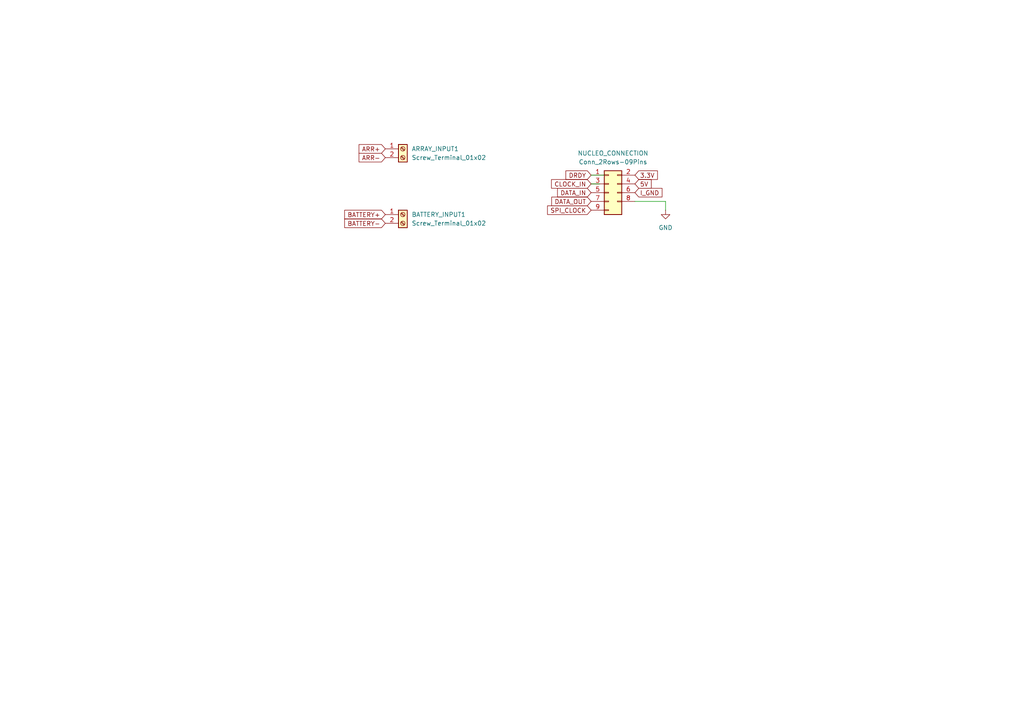
<source format=kicad_sch>
(kicad_sch (version 20231120) (generator "eeschema") (generator_version "8.0")
  (paper "A4")
  (lib_symbols
    (symbol "Connector:Screw_Terminal_01x02" (pin_names (offset 1.016) hide)
      (property "Reference" "J" (at 0 2.54 0))
      (property "Value" "Screw_Terminal_01x02" (at 0 -5.08 0))
      (symbol "Screw_Terminal_01x02_1_1"
        (rectangle (start -1.27 1.27) (end 1.27 -3.81) (stroke (width 0.254)) (fill (type background)))
        (circle (center 0 -2.54) (radius 0.635) (stroke (width 0.1524)))
        (polyline (pts (xy -0.5334 -2.2098) (xy 0.3302 -3.048)) (stroke (width 0.1524)))
        (polyline (pts (xy -0.5334 0.3302) (xy 0.3302 -0.508)) (stroke (width 0.1524)))
        (polyline (pts (xy -0.3556 -2.032) (xy 0.508 -2.8702)) (stroke (width 0.1524)))
        (polyline (pts (xy -0.3556 0.508) (xy 0.508 -0.3302)) (stroke (width 0.1524)))
        (circle (center 0 0) (radius 0.635) (stroke (width 0.1524)))
        (pin passive line (at -5.08 0 0) (length 3.81) (name "Pin_1") (number "1"))
        (pin passive line (at -5.08 -2.54 0) (length 3.81) (name "Pin_2") (number "2"))
      )
    )
    (symbol "Connector_Generic:Conn_2Rows-09Pins" (pin_names (offset 1.016) hide)
      (property "Reference" "J" (at 1.27 7.62 0))
      (property "Value" "Conn_2Rows-09Pins" (at 1.27 -7.62 0))
      (symbol "Conn_2Rows-09Pins_1_1"
        (rectangle (start -1.27 -4.953) (end 0 -5.207) (stroke (width 0.1524)))
        (rectangle (start -1.27 -2.413) (end 0 -2.667) (stroke (width 0.1524)))
        (rectangle (start -1.27 0.127) (end 0 -0.127) (stroke (width 0.1524)))
        (rectangle (start -1.27 2.667) (end 0 2.413) (stroke (width 0.1524)))
        (rectangle (start -1.27 5.207) (end 0 4.953) (stroke (width 0.1524)))
        (rectangle (start -1.27 6.35) (end 3.81 -6.35) (stroke (width 0.254)) (fill (type background)))
        (rectangle (start 3.81 -2.413) (end 2.54 -2.667) (stroke (width 0.1524)))
        (rectangle (start 3.81 0.127) (end 2.54 -0.127) (stroke (width 0.1524)))
        (rectangle (start 3.81 2.667) (end 2.54 2.413) (stroke (width 0.1524)))
        (rectangle (start 3.81 5.207) (end 2.54 4.953) (stroke (width 0.1524)))
        (pin passive line (at -5.08 5.08 0) (length 3.81) (name "Pin_1") (number "1"))
        (pin passive line (at 7.62 5.08 180) (length 3.81) (name "Pin_2") (number "2"))
        (pin passive line (at -5.08 2.54 0) (length 3.81) (name "Pin_3") (number "3"))
        (pin passive line (at 7.62 2.54 180) (length 3.81) (name "Pin_4") (number "4"))
        (pin passive line (at -5.08 0 0) (length 3.81) (name "Pin_5") (number "5"))
        (pin passive line (at 7.62 0 180) (length 3.81) (name "Pin_6") (number "6"))
        (pin passive line (at -5.08 -2.54 0) (length 3.81) (name "Pin_7") (number "7"))
        (pin passive line (at 7.62 -2.54 180) (length 3.81) (name "Pin_8") (number "8"))
        (pin passive line (at -5.08 -5.08 0) (length 3.81) (name "Pin_9") (number "9"))
      )
    )
    (symbol "power:GND" (power) (pin_numbers hide) (pin_names (offset 0) hide)
      (property "Value" "GND" (at 0 -3.81 0))
      (symbol "GND_0_1"
        (polyline (pts (xy 0 0) (xy 0 -1.27) (xy 1.27 -1.27) (xy 0 -2.54) (xy -1.27 -1.27) (xy 0 -1.27)))
      )
      (symbol "GND_1_1"
        (pin power_in line (at 0 0 270) (length 0) (name "~") (number "1"))
      )
    )
  )
  (wire (pts (xy 193.04 60.96) (xy 193.04 58.42)))
  (wire (pts (xy 175.26 50.8) (xy 171.45 50.8)))
  (wire (pts (xy 173.99 53.34) (xy 171.45 53.34)))
  (wire (pts (xy 184.15 58.42) (xy 193.04 58.42)))
  (global_label "ARR-" (shape input) (at 111.76 45.72 180) (property "Intersheetrefs" "${INTERSHEET_REFS}" (effects (hide yes))))
  (global_label "CLOCK_IN" (shape input) (at 171.45 53.34 180) (property "Intersheetrefs" "${INTERSHEET_REFS}" (effects (hide yes))))
  (global_label "DRDY" (shape input) (at 171.45 50.8 180) (property "Intersheetrefs" "${INTERSHEET_REFS}" (effects (hide yes))))
  (global_label "DATA_IN" (shape input) (at 171.45 55.88 180) (property "Intersheetrefs" "${INTERSHEET_REFS}" (effects (hide yes))))
  (global_label "SPI_CLOCK" (shape input) (at 171.45 60.96 180) (property "Intersheetrefs" "${INTERSHEET_REFS}" (effects (hide yes))))
  (global_label "DATA_OUT" (shape input) (at 171.45 58.42 180) (property "Intersheetrefs" "${INTERSHEET_REFS}" (effects (hide yes))))
  (global_label "5V" (shape input) (at 184.15 53.34 0) (property "Intersheetrefs" "${INTERSHEET_REFS}" (effects (hide yes))))
  (global_label "ARR+" (shape input) (at 111.76 43.18 180) (property "Intersheetrefs" "${INTERSHEET_REFS}" (effects (hide yes))))
  (global_label "BATTERY+" (shape input) (at 111.76 62.23 180) (property "Intersheetrefs" "${INTERSHEET_REFS}" (effects (hide yes))))
  (global_label "BATTERY-" (shape input) (at 111.76 64.77 180) (property "Intersheetrefs" "${INTERSHEET_REFS}" (effects (hide yes))))
  (global_label "I_GND" (shape input) (at 184.15 55.88 0) (property "Intersheetrefs" "${INTERSHEET_REFS}" (effects (hide yes))))
  (global_label "3.3V" (shape input) (at 184.15 50.8 0) (property "Intersheetrefs" "${INTERSHEET_REFS}" (effects (hide yes))))
  (symbol (lib_id "Connector:Screw_Terminal_01x02") (at 116.84 43.18 0) (unit 1)
    (property "Reference" "ARRAY_INPUT1" (at 119.38 43.1799 0) (effects (justify left)))
    (property "Value" "Screw_Terminal_01x02" (at 119.38 45.7199 0) (effects (justify left)))
    (property "Description" "Generic screw terminal, single row, 01x02, script generated (kicad-library-utils/schlib/autogen/connector/)" (effects (hide yes)))
  )
  (symbol (lib_id "Connector_Generic:Conn_2Rows-09Pins") (at 176.53 55.88 0) (unit 1)
    (property "Reference" "NUCLEO_CONNECTION" (at 177.8 44.45 0))
    (property "Value" "Conn_2Rows-09Pins" (at 177.8 46.99 0))
    (property "Description" "Generic connector, double row, 09 pins, odd/even pin numbering scheme (row 1 odd numbers, row 2 even numbers), script generated (kicad-library-utils/schlib/autogen/connector/)" (effects (hide yes)))
  )
  (symbol (lib_id "Connector:Screw_Terminal_01x02") (at 116.84 62.23 0) (unit 1)
    (property "Reference" "BATTERY_INPUT1" (at 119.38 62.2299 0) (effects (justify left)))
    (property "Value" "Screw_Terminal_01x02" (at 119.38 64.7699 0) (effects (justify left)))
    (property "Description" "Generic screw terminal, single row, 01x02, script generated (kicad-library-utils/schlib/autogen/connector/)" (effects (hide yes)))
  )
  (symbol (lib_id "power:GND") (at 193.04 60.96 0) (unit 1)
    (property "Reference" "#PWR04" (effects (hide yes)))
    (property "Value" "GND" (at 193.04 66.04 0))
    (property "Description" "Power symbol creates a global label with name \"GND\" , ground" (effects (hide yes)))
  )
)
</source>
